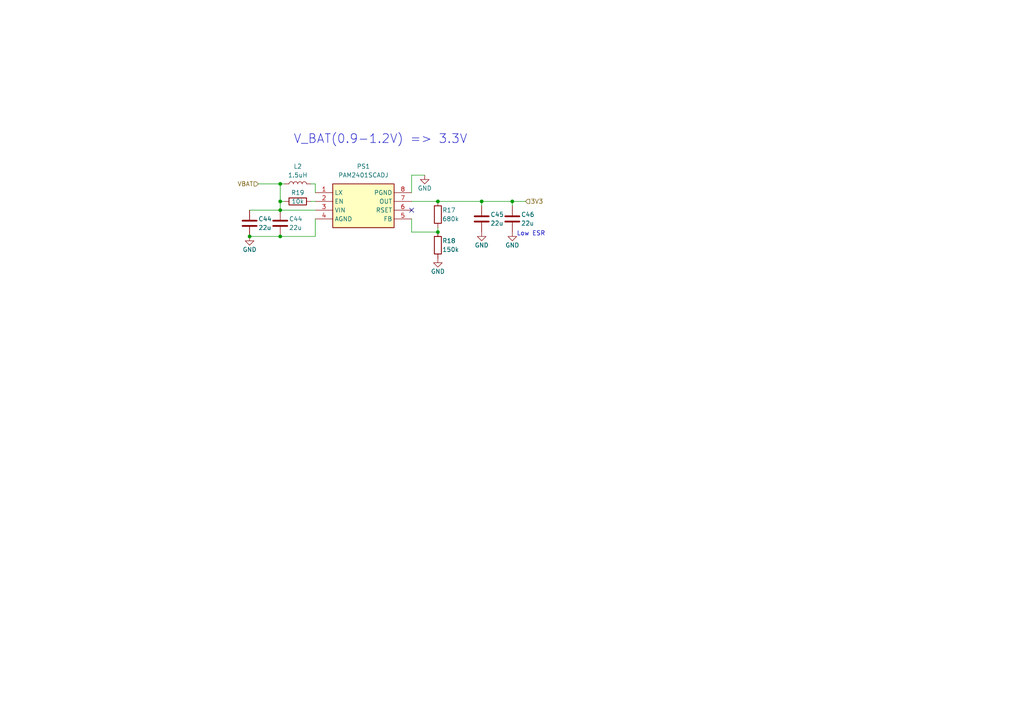
<source format=kicad_sch>
(kicad_sch (version 20230121) (generator eeschema)
  (paper "A4")
  (lib_symbols
    (symbol "Device:C" (pin_numbers hide) (pin_names (offset 0.254))
      (property "Reference" "C" (at 0.635 2.54 0))
      (property "Value" "C" (at 0.635 -2.54 0))
      (symbol "C_0_1"
        (polyline (pts (xy -2.032 -0.762) (xy 2.032 -0.762)) (stroke (width 0.508)))
        (polyline (pts (xy -2.032 0.762) (xy 2.032 0.762)) (stroke (width 0.508)))
      )
      (symbol "C_1_1"
        (pin passive line (at 0 3.81 270) (length 2.794) (name "~") (number "1"))
        (pin passive line (at 0 -3.81 90) (length 2.794) (name "~") (number "2"))
      )
    )
    (symbol "Device:L" (pin_numbers hide) (pin_names (offset 1.016) hide)
      (property "Reference" "L" (at -1.27 0 90))
      (property "Value" "L" (at 1.905 0 90))
      (symbol "L_0_1"
        (arc (start 0 -2.54) (mid 0.6323 -1.905) (end 0 -1.27))
        (arc (start 0 -1.27) (mid 0.6323 -0.635) (end 0 0))
        (arc (start 0 0) (mid 0.6323 0.635) (end 0 1.27))
        (arc (start 0 1.27) (mid 0.6323 1.905) (end 0 2.54))
      )
      (symbol "L_1_1"
        (pin passive line (at 0 3.81 270) (length 1.27) (name "1") (number "1"))
        (pin passive line (at 0 -3.81 90) (length 1.27) (name "2") (number "2"))
      )
    )
    (symbol "Device:R" (pin_numbers hide) (pin_names (offset 0))
      (property "Reference" "R" (at 2.032 0 90))
      (property "Value" "R" (at 0 0 90))
      (symbol "R_0_1"
        (rectangle (start -1.016 -2.54) (end 1.016 2.54) (stroke (width 0.254)))
      )
      (symbol "R_1_1"
        (pin passive line (at 0 3.81 270) (length 1.27) (name "~") (number "1"))
        (pin passive line (at 0 -3.81 90) (length 1.27) (name "~") (number "2"))
      )
    )
    (symbol "SamacSys_Parts:PAM2401SCADJ"
      (property "Reference" "PS" (at 24.13 7.62 0))
      (property "Value" "PAM2401SCADJ" (at 24.13 5.08 0))
      (symbol "PAM2401SCADJ_1_1"
        (rectangle (start 5.08 2.54) (end 22.86 -10.16) (stroke (width 0.254)) (fill (type background)))
        (pin passive line (at 0 0 0) (length 5.08) (name "LX") (number "1"))
        (pin passive line (at 0 -2.54 0) (length 5.08) (name "EN") (number "2"))
        (pin passive line (at 0 -5.08 0) (length 5.08) (name "VIN") (number "3"))
        (pin passive line (at 0 -7.62 0) (length 5.08) (name "AGND") (number "4"))
        (pin passive line (at 27.94 -7.62 180) (length 5.08) (name "FB") (number "5"))
        (pin passive line (at 27.94 -5.08 180) (length 5.08) (name "RSET") (number "6"))
        (pin passive line (at 27.94 -2.54 180) (length 5.08) (name "OUT") (number "7"))
        (pin passive line (at 27.94 0 180) (length 5.08) (name "PGND") (number "8"))
      )
    )
    (symbol "power:GND" (power) (pin_names (offset 0))
      (property "Value" "GND" (at 0 -3.81 0))
      (symbol "GND_0_1"
        (polyline (pts (xy 0 0) (xy 0 -1.27) (xy 1.27 -1.27) (xy 0 -2.54) (xy -1.27 -1.27) (xy 0 -1.27)))
      )
      (symbol "GND_1_1"
        (pin power_in line (at 0 0 270) (length 0) hide (name "GND") (number "1"))
      )
    )
  )
  (junction (at 81.28 60.96))
  (junction (at 139.7 58.42))
  (junction (at 72.39 68.58))
  (junction (at 127 67.31))
  (junction (at 81.28 53.34))
  (junction (at 81.28 58.42))
  (junction (at 127 58.42))
  (junction (at 148.59 58.42))
  (junction (at 81.28 68.58))
  (no_connect (at 119.38 60.96))
  (wire (pts (xy 81.28 58.42) (xy 81.28 60.96)))
  (wire (pts (xy 81.28 68.58) (xy 91.44 68.58)))
  (wire (pts (xy 91.44 63.5) (xy 91.44 68.58)))
  (wire (pts (xy 72.39 60.96) (xy 81.28 60.96)))
  (wire (pts (xy 127 58.42) (xy 139.7 58.42)))
  (wire (pts (xy 148.59 58.42) (xy 152.4 58.42)))
  (wire (pts (xy 74.93 53.34) (xy 81.28 53.34)))
  (wire (pts (xy 139.7 58.42) (xy 139.7 59.69)))
  (wire (pts (xy 119.38 67.31) (xy 127 67.31)))
  (wire (pts (xy 81.28 53.34) (xy 81.28 58.42)))
  (wire (pts (xy 81.28 58.42) (xy 82.55 58.42)))
  (wire (pts (xy 119.38 50.8) (xy 123.19 50.8)))
  (wire (pts (xy 148.59 59.69) (xy 148.59 58.42)))
  (wire (pts (xy 90.17 53.34) (xy 91.44 53.34)))
  (wire (pts (xy 119.38 55.88) (xy 119.38 50.8)))
  (wire (pts (xy 119.38 58.42) (xy 127 58.42)))
  (wire (pts (xy 127 66.04) (xy 127 67.31)))
  (wire (pts (xy 72.39 68.58) (xy 81.28 68.58)))
  (wire (pts (xy 81.28 53.34) (xy 82.55 53.34)))
  (wire (pts (xy 91.44 53.34) (xy 91.44 55.88)))
  (wire (pts (xy 91.44 60.96) (xy 81.28 60.96)))
  (wire (pts (xy 148.59 58.42) (xy 139.7 58.42)))
  (wire (pts (xy 90.17 58.42) (xy 91.44 58.42)))
  (wire (pts (xy 119.38 63.5) (xy 119.38 67.31)))
  (text "Low ESR" (at 149.86 68.58 0) (effects (font (size 1.27 1.27)) (justify left bottom)))
  (text "V_BAT(0.9-1.2V) => 3.3V" (at 85.09 41.91 0) (effects (font (size 2.56 2.56)) (justify left bottom)))
  (hierarchical_label "3V3" (shape input) (at 152.4 58.42 0))
  (hierarchical_label "VBAT" (shape input) (at 74.93 53.34 180))
  (symbol (lib_id "power:GND") (at 123.19 50.8 0) (unit 1)
    (property "Reference" "#PWR059" (effects hide))
    (property "Value" "GND" (at 123.19 54.61 0))
    (instances (project "ikafly_main" (path "" (reference "#PWR059") (unit 1)) (path "" (reference "#PWR066") (unit 1)) (path "" (reference "#PWR059") (unit 1)) (path "" (reference "#PWR071") (unit 1))))
  )
  (symbol (lib_id "SamacSys_Parts:PAM2401SCADJ") (at 91.44 55.88 0) (unit 1)
    (property "Reference" "PS1" (at 105.41 48.26 0))
    (property "Value" "PAM2401SCADJ" (at 105.41 50.8 0))
    (property "Footprint" "SamacSys_Parts:SOP65P490X110-8N" (effects hide))
    (property "Datasheet" "https://www.diodes.com/assets/Datasheets/PAM2401.pdf" (effects hide))
    (property "Height" "1.1" (effects hide))
    (property "Manufacturer_Name" "Diodes Incorporated" (effects hide))
    (property "Manufacturer_Part_Number" "PAM2401SCADJ" (effects hide))
    (instances (project "ikafly_main" (path "" (reference "PS1") (unit 1)) (path "" (reference "PS2") (unit 1)) (path "" (reference "PS1") (unit 1)) (path "" (reference "PS3") (unit 1))))
  )
  (symbol (lib_id "Device:C") (at 81.28 64.77 0) (unit 1)
    (property "Reference" "C44" (at 83.82 63.5 0) (effects (justify left)))
    (property "Value" "22u" (at 83.82 66.04 0) (effects (justify left)))
    (property "Footprint" "Capacitor_SMD:C_0603_1608Metric" (effects hide))
    (instances (project "ikafly_main" (path "" (reference "C44") (unit 1)) (path "" (reference "C47") (unit 1)) (path "" (reference "C44") (unit 1)) (path "" (reference "C50") (unit 1))))
  )
  (symbol (lib_id "Device:R") (at 86.36 58.42 90) (unit 1)
    (property "Reference" "R19" (at 86.36 55.88 90))
    (property "Value" "10k" (at 86.36 58.42 90))
    (property "Footprint" "Resistor_SMD:R_0402_1005Metric" (effects hide))
    (instances (project "ikafly_main" (path "" (reference "R19") (unit 1)) (path "" (reference "R20") (unit 1)) (path "" (reference "R17") (unit 1)) (path "" (reference "R23") (unit 1))))
  )
  (symbol (lib_id "Device:C") (at 148.59 63.5 0) (unit 1)
    (property "Reference" "C46" (at 151.13 62.23 0) (effects (justify left)))
    (property "Value" "22u" (at 151.13 64.77 0) (effects (justify left)))
    (property "Footprint" "Capacitor_SMD:C_0603_1608Metric" (effects hide))
    (instances (project "ikafly_main" (path "" (reference "C46") (unit 1)) (path "" (reference "C49") (unit 1)) (path "" (reference "C46") (unit 1)) (path "" (reference "C52") (unit 1))))
  )
  (symbol (lib_id "power:GND") (at 139.7 67.31 0) (unit 1)
    (property "Reference" "#PWR060" (effects hide))
    (property "Value" "GND" (at 139.7 71.12 0))
    (instances (project "ikafly_main" (path "" (reference "#PWR060") (unit 1)) (path "" (reference "#PWR068") (unit 1)) (path "" (reference "#PWR061") (unit 1)) (path "" (reference "#PWR073") (unit 1))))
  )
  (symbol (lib_id "Device:C") (at 139.7 63.5 0) (unit 1)
    (property "Reference" "C45" (at 142.24 62.23 0) (effects (justify left)))
    (property "Value" "22u" (at 142.24 64.77 0) (effects (justify left)))
    (property "Footprint" "Capacitor_SMD:C_0603_1608Metric" (effects hide))
    (instances (project "ikafly_main" (path "" (reference "C45") (unit 1)) (path "" (reference "C48") (unit 1)) (path "" (reference "C45") (unit 1)) (path "" (reference "C51") (unit 1))))
  )
  (symbol (lib_id "Device:R") (at 127 71.12 0) (unit 1)
    (property "Reference" "R18" (at 128.27 69.85 0) (effects (justify left)))
    (property "Value" "150k" (at 128.27 72.39 0) (effects (justify left)))
    (property "Footprint" "Resistor_SMD:R_0402_1005Metric" (effects hide))
    (instances (project "ikafly_main" (path "" (reference "R18") (unit 1)) (path "" (reference "R22") (unit 1)) (path "" (reference "R19") (unit 1)) (path "" (reference "R25") (unit 1))))
  )
  (symbol (lib_id "power:GND") (at 148.59 67.31 0) (unit 1)
    (property "Reference" "#PWR062" (effects hide))
    (property "Value" "GND" (at 148.59 71.12 0))
    (instances (project "ikafly_main" (path "" (reference "#PWR062") (unit 1)) (path "" (reference "#PWR069") (unit 1)) (path "" (reference "#PWR062") (unit 1)) (path "" (reference "#PWR074") (unit 1))))
  )
  (symbol (lib_id "power:GND") (at 127 74.93 0) (unit 1)
    (property "Reference" "#PWR061" (effects hide))
    (property "Value" "GND" (at 127 78.74 0))
    (instances (project "ikafly_main" (path "" (reference "#PWR061") (unit 1)) (path "" (reference "#PWR067") (unit 1)) (path "" (reference "#PWR060") (unit 1)) (path "" (reference "#PWR072") (unit 1))))
  )
  (symbol (lib_id "Device:R") (at 127 62.23 0) (unit 1)
    (property "Reference" "R17" (at 128.27 60.96 0) (effects (justify left)))
    (property "Value" "680k" (at 128.27 63.5 0) (effects (justify left)))
    (property "Footprint" "Resistor_SMD:R_0402_1005Metric" (effects hide))
    (instances (project "ikafly_main" (path "" (reference "R17") (unit 1)) (path "" (reference "R21") (unit 1)) (path "" (reference "R18") (unit 1)) (path "" (reference "R24") (unit 1))))
  )
  (symbol (lib_id "power:GND") (at 72.39 68.58 0) (unit 1)
    (property "Reference" "#PWR058" (effects hide))
    (property "Value" "GND" (at 72.39 72.39 0))
    (instances (project "ikafly_main" (path "" (reference "#PWR058") (unit 1)) (path "" (reference "#PWR065") (unit 1)) (path "" (reference "#PWR058") (unit 1)) (path "" (reference "#PWR070") (unit 1))))
  )
  (symbol (lib_id "Device:L") (at 86.36 53.34 90) (unit 1)
    (property "Reference" "L2" (at 86.36 48.26 90))
    (property "Value" "1.5uH" (at 86.36 50.8 90))
    (property "Footprint" "Inductor_SMD:L_Sunlord_SWPA3015S" (effects hide))
    (property "LCSC" "C5159663" (effects hide))
    (instances (project "ikafly_main" (path "" (reference "L2") (unit 1)) (path "" (reference "L3") (unit 1)) (path "" (reference "L2") (unit 1)) (path "" (reference "L4") (unit 1))))
  )
  (symbol (lib_id "Device:C") (at 72.39 64.77 0) (unit 1)
    (property "Reference" "C44" (at 74.93 63.5 0) (effects (justify left)))
    (property "Value" "22u" (at 74.93 66.04 0) (effects (justify left)))
    (property "Footprint" "Capacitor_SMD:C_0603_1608Metric" (effects hide))
    (instances (project "ikafly_main" (path "" (reference "C44") (unit 1)) (path "" (reference "C68") (unit 1)) (path "" (reference "C69") (unit 1)) (path "" (reference "C70") (unit 1))))
  )
)
</source>
